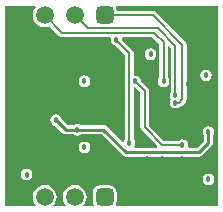
<source format=gbl>
G04*
G04 #@! TF.GenerationSoftware,Altium Limited,Altium Designer,19.1.8 (144)*
G04*
G04 Layer_Physical_Order=4*
G04 Layer_Color=16711680*
%FSLAX25Y25*%
%MOIN*%
G70*
G01*
G75*
G04:AMPARAMS|DCode=28|XSize=59.06mil|YSize=59.06mil|CornerRadius=14.76mil|HoleSize=0mil|Usage=FLASHONLY|Rotation=180.000|XOffset=0mil|YOffset=0mil|HoleType=Round|Shape=RoundedRectangle|*
%AMROUNDEDRECTD28*
21,1,0.05906,0.02953,0,0,180.0*
21,1,0.02953,0.05906,0,0,180.0*
1,1,0.02953,-0.01476,0.01476*
1,1,0.02953,0.01476,0.01476*
1,1,0.02953,0.01476,-0.01476*
1,1,0.02953,-0.01476,-0.01476*
%
%ADD28ROUNDEDRECTD28*%
%ADD29C,0.05906*%
%ADD30C,0.00800*%
%ADD31C,0.01000*%
%ADD33C,0.01800*%
G36*
X72835Y1969D02*
X38946D01*
X38710Y2410D01*
X38888Y2675D01*
X39080Y3642D01*
Y6594D01*
X38888Y7561D01*
X38340Y8380D01*
X37521Y8927D01*
X36555Y9119D01*
X33602D01*
X32636Y8927D01*
X31817Y8380D01*
X31270Y7561D01*
X31078Y6594D01*
Y3642D01*
X31270Y2675D01*
X31447Y2410D01*
X31212Y1969D01*
X28249D01*
X28028Y2468D01*
X28532Y3125D01*
X28930Y4086D01*
X29066Y5118D01*
X28930Y6150D01*
X28532Y7112D01*
X27898Y7937D01*
X27072Y8571D01*
X26111Y8969D01*
X25079Y9105D01*
X24047Y8969D01*
X23085Y8571D01*
X22260Y7937D01*
X21626Y7112D01*
X21228Y6150D01*
X21092Y5118D01*
X21228Y4086D01*
X21626Y3125D01*
X22129Y2468D01*
X21908Y1969D01*
X18249D01*
X18028Y2468D01*
X18531Y3125D01*
X18930Y4086D01*
X19066Y5118D01*
X18930Y6150D01*
X18531Y7112D01*
X17898Y7937D01*
X17072Y8571D01*
X16111Y8969D01*
X15079Y9105D01*
X14047Y8969D01*
X13085Y8571D01*
X12260Y7937D01*
X11626Y7112D01*
X11228Y6150D01*
X11092Y5118D01*
X11228Y4086D01*
X11626Y3125D01*
X12129Y2468D01*
X11908Y1969D01*
X1969D01*
Y68898D01*
X11908D01*
X12129Y68398D01*
X11626Y67742D01*
X11228Y66780D01*
X11092Y65748D01*
X11228Y64716D01*
X11626Y63755D01*
X12260Y62929D01*
X13085Y62295D01*
X14047Y61897D01*
X15079Y61761D01*
X16111Y61897D01*
X16677Y62132D01*
X19975Y58833D01*
X19975Y58833D01*
X20438Y58524D01*
X20984Y58415D01*
X36760D01*
X37126Y57915D01*
X37039Y57480D01*
X37187Y56739D01*
X37607Y56111D01*
X38235Y55690D01*
X38875Y55563D01*
X41880Y52558D01*
Y24512D01*
X41517Y23970D01*
X41449Y23626D01*
X40906Y23461D01*
X35727Y28640D01*
X35231Y28972D01*
X34646Y29089D01*
X27115D01*
X26726Y29349D01*
X25984Y29496D01*
X25243Y29349D01*
X24853Y29089D01*
X22681D01*
X20779Y30990D01*
X20687Y31450D01*
X20267Y32078D01*
X19639Y32498D01*
X18898Y32646D01*
X18156Y32498D01*
X17528Y32078D01*
X17108Y31450D01*
X16960Y30709D01*
X17108Y29967D01*
X17528Y29339D01*
X18156Y28919D01*
X18616Y28828D01*
X20966Y26478D01*
X21462Y26146D01*
X22047Y26030D01*
X24853D01*
X25243Y25769D01*
X25984Y25622D01*
X26726Y25769D01*
X27115Y26030D01*
X34012D01*
X41045Y18997D01*
X41541Y18666D01*
X42126Y18549D01*
X66535D01*
X67121Y18666D01*
X67617Y18997D01*
X70767Y22147D01*
X71098Y22643D01*
X71214Y23228D01*
Y25641D01*
X71475Y26030D01*
X71622Y26772D01*
X71475Y27513D01*
X71055Y28141D01*
X70426Y28561D01*
X69685Y28709D01*
X68944Y28561D01*
X68315Y28141D01*
X67895Y27513D01*
X67748Y26772D01*
X67895Y26030D01*
X68156Y25641D01*
Y23862D01*
X65902Y21608D01*
X63305D01*
X62895Y22108D01*
X62961Y22441D01*
X62813Y23182D01*
X62393Y23811D01*
X61765Y24231D01*
X61024Y24378D01*
X60282Y24231D01*
X59740Y23868D01*
X54922D01*
X49853Y28938D01*
Y40551D01*
X49853Y40551D01*
X49744Y41097D01*
X49435Y41561D01*
X49435Y41561D01*
X47193Y43802D01*
X47065Y44442D01*
X46645Y45071D01*
X46017Y45491D01*
X45276Y45638D01*
X45121Y45607D01*
X44734Y45924D01*
Y53149D01*
X44734Y53150D01*
X44626Y53696D01*
X44316Y54159D01*
X44316Y54159D01*
X40893Y57582D01*
X40827Y57915D01*
X41192Y58415D01*
X50984D01*
X53297Y56102D01*
Y44984D01*
X52935Y44442D01*
X52787Y43701D01*
X52935Y42959D01*
X53355Y42331D01*
X53983Y41911D01*
X54724Y41764D01*
X55466Y41911D01*
X56094Y42331D01*
X56514Y42959D01*
X56662Y43701D01*
X56514Y44442D01*
X56152Y44984D01*
Y55349D01*
X56614Y55541D01*
X57234Y54921D01*
Y40260D01*
X56872Y39718D01*
X56724Y38976D01*
X56872Y38235D01*
X57165Y37795D01*
X56872Y37356D01*
X56724Y36614D01*
X56872Y35873D01*
X57292Y35244D01*
X57920Y34824D01*
X58661Y34677D01*
X59403Y34824D01*
X60020Y35237D01*
X60314Y35295D01*
X60777Y35605D01*
X62033Y36861D01*
X62033Y36861D01*
X62342Y37324D01*
X62451Y37870D01*
Y55905D01*
X62451Y55905D01*
X62342Y56452D01*
X62033Y56915D01*
X62033Y56915D01*
X52191Y66757D01*
X51727Y67067D01*
X51181Y67176D01*
X51181Y67176D01*
X39080D01*
Y67224D01*
X38888Y68191D01*
X38710Y68457D01*
X38946Y68898D01*
X72835D01*
Y1969D01*
D02*
G37*
G36*
X46998Y39960D02*
Y28346D01*
X46998Y28346D01*
X47106Y27800D01*
X47416Y27337D01*
X52683Y22070D01*
X52491Y21608D01*
X45111D01*
X44844Y22108D01*
X45097Y22487D01*
X45244Y23228D01*
X45097Y23970D01*
X44734Y24512D01*
Y41477D01*
X44981Y41680D01*
X45235Y41723D01*
X46998Y39960D01*
D02*
G37*
%LPC*%
G36*
X50394Y54693D02*
X49652Y54546D01*
X49024Y54126D01*
X48604Y53497D01*
X48456Y52756D01*
X48604Y52015D01*
X49024Y51386D01*
X49652Y50966D01*
X50394Y50819D01*
X51135Y50966D01*
X51763Y51386D01*
X52184Y52015D01*
X52331Y52756D01*
X52184Y53497D01*
X51763Y54126D01*
X51135Y54546D01*
X50394Y54693D01*
D02*
G37*
G36*
X68898Y47607D02*
X68156Y47459D01*
X67528Y47039D01*
X67108Y46411D01*
X66960Y45669D01*
X67108Y44928D01*
X67528Y44300D01*
X68156Y43880D01*
X68898Y43732D01*
X69639Y43880D01*
X70267Y44300D01*
X70687Y44928D01*
X70835Y45669D01*
X70687Y46411D01*
X70267Y47039D01*
X69639Y47459D01*
X68898Y47607D01*
D02*
G37*
G36*
X28346Y45638D02*
X27605Y45491D01*
X26977Y45071D01*
X26557Y44442D01*
X26409Y43701D01*
X26557Y42959D01*
X26977Y42331D01*
X27605Y41911D01*
X28346Y41764D01*
X29088Y41911D01*
X29716Y42331D01*
X30136Y42959D01*
X30284Y43701D01*
X30136Y44442D01*
X29716Y45071D01*
X29088Y45491D01*
X28346Y45638D01*
D02*
G37*
G36*
Y23591D02*
X27605Y23443D01*
X26977Y23023D01*
X26557Y22395D01*
X26409Y21654D01*
X26557Y20912D01*
X26977Y20284D01*
X27605Y19864D01*
X28346Y19716D01*
X29088Y19864D01*
X29716Y20284D01*
X30136Y20912D01*
X30284Y21654D01*
X30136Y22395D01*
X29716Y23023D01*
X29088Y23443D01*
X28346Y23591D01*
D02*
G37*
G36*
X9055Y14536D02*
X8314Y14388D01*
X7685Y13968D01*
X7265Y13340D01*
X7118Y12598D01*
X7265Y11857D01*
X7685Y11229D01*
X8314Y10809D01*
X9055Y10661D01*
X9797Y10809D01*
X10425Y11229D01*
X10845Y11857D01*
X10992Y12598D01*
X10845Y13340D01*
X10425Y13968D01*
X9797Y14388D01*
X9055Y14536D01*
D02*
G37*
G36*
X69685Y12961D02*
X68944Y12813D01*
X68315Y12393D01*
X67895Y11765D01*
X67748Y11024D01*
X67895Y10282D01*
X68315Y9654D01*
X68944Y9234D01*
X69685Y9086D01*
X70426Y9234D01*
X71055Y9654D01*
X71475Y10282D01*
X71622Y11024D01*
X71475Y11765D01*
X71055Y12393D01*
X70426Y12813D01*
X69685Y12961D01*
D02*
G37*
%LPD*%
D28*
X35079Y5118D02*
D03*
Y65748D02*
D03*
D29*
X25079Y5118D02*
D03*
X15079D02*
D03*
X5079D02*
D03*
X25079Y65748D02*
D03*
X15079D02*
D03*
X5079D02*
D03*
D30*
X45276Y43701D02*
X48425Y40551D01*
Y28346D02*
Y40551D01*
Y28346D02*
X54331Y22441D01*
X61024D01*
X38976Y57480D02*
X43307Y53150D01*
Y23228D02*
Y53150D01*
X54724Y43701D02*
Y56693D01*
X51575Y59842D02*
X54724Y56693D01*
X20984Y59842D02*
X51575D01*
X58661Y38976D02*
Y55512D01*
X52756Y61417D02*
X58661Y55512D01*
X29409Y61417D02*
X52756D01*
X61024Y37870D02*
Y55905D01*
X51181Y65748D02*
X61024Y55905D01*
X35079Y65748D02*
X51181D01*
X59768Y36614D02*
X61024Y37870D01*
X58661Y36614D02*
X59768D01*
X25079Y65748D02*
X29409Y61417D01*
X15079Y65748D02*
X20984Y59842D01*
D31*
X22047Y27559D02*
X25984D01*
X18898Y30709D02*
X22047Y27559D01*
X25984D02*
X34646D01*
X42126Y20079D01*
X66535D01*
X69685Y23228D01*
Y26772D01*
D33*
X5118Y41732D02*
D03*
X51181Y36614D02*
D03*
Y30709D02*
D03*
X67500Y60000D02*
D03*
X62500D02*
D03*
X25000Y55000D02*
D03*
X20000D02*
D03*
X22500Y50000D02*
D03*
X17500D02*
D03*
X5000Y55000D02*
D03*
Y25000D02*
D03*
X24803Y32677D02*
D03*
X18898Y30709D02*
D03*
X69685Y11024D02*
D03*
Y7087D02*
D03*
X64173D02*
D03*
X54724D02*
D03*
X43701D02*
D03*
X61024Y22441D02*
D03*
X9055Y12598D02*
D03*
X66929Y25197D02*
D03*
X69685Y26772D02*
D03*
X65354Y45669D02*
D03*
X68898D02*
D03*
X45669Y30709D02*
D03*
Y36614D02*
D03*
X62992Y42913D02*
D03*
X61024Y17717D02*
D03*
X54331D02*
D03*
X49213Y17717D02*
D03*
X9449Y58268D02*
D03*
X28346Y21654D02*
D03*
Y43701D02*
D03*
X32283Y21654D02*
D03*
X36220D02*
D03*
X25984Y27559D02*
D03*
X28740Y55905D02*
D03*
Y51968D02*
D03*
X32283Y46850D02*
D03*
Y43701D02*
D03*
X36220D02*
D03*
X51968Y55905D02*
D03*
X46850Y52756D02*
D03*
X50394D02*
D03*
X58661Y32677D02*
D03*
X38976Y57480D02*
D03*
X43307Y23228D02*
D03*
X54724Y43701D02*
D03*
X45276D02*
D03*
X58661Y38976D02*
D03*
Y36614D02*
D03*
M02*

</source>
